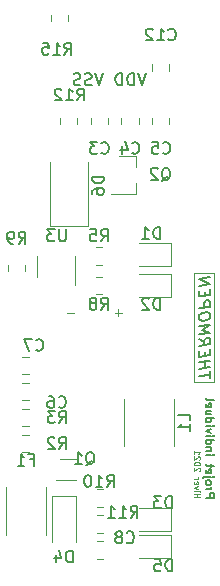
<source format=gbr>
%TF.GenerationSoftware,KiCad,Pcbnew,(5.1.10)-1*%
%TF.CreationDate,2021-06-07T16:12:12-04:00*%
%TF.ProjectId,Thermometre_IR,54686572-6d6f-46d6-9574-72655f49522e,rev?*%
%TF.SameCoordinates,Original*%
%TF.FileFunction,Legend,Bot*%
%TF.FilePolarity,Positive*%
%FSLAX46Y46*%
G04 Gerber Fmt 4.6, Leading zero omitted, Abs format (unit mm)*
G04 Created by KiCad (PCBNEW (5.1.10)-1) date 2021-06-07 16:12:12*
%MOMM*%
%LPD*%
G01*
G04 APERTURE LIST*
%ADD10C,0.120000*%
%ADD11C,0.150000*%
%ADD12C,0.125000*%
G04 APERTURE END LIST*
D10*
X182321200Y-96164400D02*
X182321200Y-96012000D01*
X180644800Y-96164400D02*
X182321200Y-96164400D01*
X180644800Y-86969600D02*
X180644800Y-96164400D01*
X182321200Y-86969600D02*
X180644800Y-86969600D01*
X182321200Y-96062800D02*
X182321200Y-86969600D01*
D11*
X182005219Y-95849918D02*
X182005219Y-95278489D01*
X181005219Y-95689204D02*
X182005219Y-95564204D01*
X181005219Y-95070156D02*
X182005219Y-94945156D01*
X181529028Y-95004680D02*
X181529028Y-94433251D01*
X181005219Y-94498727D02*
X182005219Y-94373727D01*
X181529028Y-93957061D02*
X181529028Y-93623727D01*
X181005219Y-93546347D02*
X181005219Y-94022537D01*
X182005219Y-93897537D01*
X182005219Y-93421347D01*
X181005219Y-92546347D02*
X181481409Y-92820156D01*
X181005219Y-93117775D02*
X182005219Y-92992775D01*
X182005219Y-92611823D01*
X181957600Y-92522537D01*
X181909980Y-92480870D01*
X181814742Y-92445156D01*
X181671885Y-92463013D01*
X181576647Y-92522537D01*
X181529028Y-92576108D01*
X181481409Y-92677299D01*
X181481409Y-93058251D01*
X181005219Y-92117775D02*
X182005219Y-91992775D01*
X181290933Y-91748727D01*
X182005219Y-91326108D01*
X181005219Y-91451108D01*
X182005219Y-90659442D02*
X182005219Y-90468966D01*
X181957600Y-90379680D01*
X181862361Y-90296347D01*
X181671885Y-90272537D01*
X181338552Y-90314204D01*
X181148076Y-90385632D01*
X181052838Y-90492775D01*
X181005219Y-90593966D01*
X181005219Y-90784442D01*
X181052838Y-90873727D01*
X181148076Y-90957061D01*
X181338552Y-90980870D01*
X181671885Y-90939204D01*
X181862361Y-90867775D01*
X181957600Y-90760632D01*
X182005219Y-90659442D01*
X181005219Y-89927299D02*
X182005219Y-89802299D01*
X182005219Y-89421347D01*
X181957600Y-89332061D01*
X181909980Y-89290394D01*
X181814742Y-89254680D01*
X181671885Y-89272537D01*
X181576647Y-89332061D01*
X181529028Y-89385632D01*
X181481409Y-89486823D01*
X181481409Y-89867775D01*
X181529028Y-88861823D02*
X181529028Y-88528489D01*
X181005219Y-88451108D02*
X181005219Y-88927299D01*
X182005219Y-88802299D01*
X182005219Y-88326108D01*
X181005219Y-88022537D02*
X182005219Y-87897537D01*
X181005219Y-87451108D01*
X182005219Y-87326108D01*
D10*
X174193200Y-90017600D02*
X174193200Y-90627200D01*
X173888400Y-90322400D02*
X174498000Y-90322400D01*
X169824400Y-90373200D02*
X170484800Y-90373200D01*
D12*
X180621809Y-105951885D02*
X181121809Y-105951885D01*
X180883714Y-105951885D02*
X180883714Y-105666171D01*
X180621809Y-105666171D02*
X181121809Y-105666171D01*
X180621809Y-105428076D02*
X180955142Y-105428076D01*
X181121809Y-105428076D02*
X181098000Y-105451885D01*
X181074190Y-105428076D01*
X181098000Y-105404266D01*
X181121809Y-105428076D01*
X181074190Y-105428076D01*
X180955142Y-105237600D02*
X180621809Y-105118552D01*
X180955142Y-104999504D01*
X180645619Y-104618552D02*
X180621809Y-104666171D01*
X180621809Y-104761409D01*
X180645619Y-104809028D01*
X180693238Y-104832838D01*
X180883714Y-104832838D01*
X180931333Y-104809028D01*
X180955142Y-104761409D01*
X180955142Y-104666171D01*
X180931333Y-104618552D01*
X180883714Y-104594742D01*
X180836095Y-104594742D01*
X180788476Y-104832838D01*
X180621809Y-104380457D02*
X180955142Y-104380457D01*
X180859904Y-104380457D02*
X180907523Y-104356647D01*
X180931333Y-104332838D01*
X180955142Y-104285219D01*
X180955142Y-104237600D01*
X181074190Y-103713790D02*
X181098000Y-103689980D01*
X181121809Y-103642361D01*
X181121809Y-103523314D01*
X181098000Y-103475695D01*
X181074190Y-103451885D01*
X181026571Y-103428076D01*
X180978952Y-103428076D01*
X180907523Y-103451885D01*
X180621809Y-103737600D01*
X180621809Y-103428076D01*
X181121809Y-103118552D02*
X181121809Y-103070933D01*
X181098000Y-103023314D01*
X181074190Y-102999504D01*
X181026571Y-102975695D01*
X180931333Y-102951885D01*
X180812285Y-102951885D01*
X180717047Y-102975695D01*
X180669428Y-102999504D01*
X180645619Y-103023314D01*
X180621809Y-103070933D01*
X180621809Y-103118552D01*
X180645619Y-103166171D01*
X180669428Y-103189980D01*
X180717047Y-103213790D01*
X180812285Y-103237600D01*
X180931333Y-103237600D01*
X181026571Y-103213790D01*
X181074190Y-103189980D01*
X181098000Y-103166171D01*
X181121809Y-103118552D01*
X181074190Y-102761409D02*
X181098000Y-102737600D01*
X181121809Y-102689980D01*
X181121809Y-102570933D01*
X181098000Y-102523314D01*
X181074190Y-102499504D01*
X181026571Y-102475695D01*
X180978952Y-102475695D01*
X180907523Y-102499504D01*
X180621809Y-102785219D01*
X180621809Y-102475695D01*
X180621809Y-101999504D02*
X180621809Y-102285219D01*
X180621809Y-102142361D02*
X181121809Y-102142361D01*
X181050380Y-102189980D01*
X181002761Y-102237600D01*
X180978952Y-102285219D01*
D11*
X181598133Y-105969866D02*
X182298133Y-105969866D01*
X182298133Y-105703200D01*
X182264800Y-105636533D01*
X182231466Y-105603200D01*
X182164800Y-105569866D01*
X182064800Y-105569866D01*
X181998133Y-105603200D01*
X181964800Y-105636533D01*
X181931466Y-105703200D01*
X181931466Y-105969866D01*
X181598133Y-105269866D02*
X182064800Y-105269866D01*
X181931466Y-105269866D02*
X181998133Y-105236533D01*
X182031466Y-105203200D01*
X182064800Y-105136533D01*
X182064800Y-105069866D01*
X181598133Y-104736533D02*
X181631466Y-104803200D01*
X181664800Y-104836533D01*
X181731466Y-104869866D01*
X181931466Y-104869866D01*
X181998133Y-104836533D01*
X182031466Y-104803200D01*
X182064800Y-104736533D01*
X182064800Y-104636533D01*
X182031466Y-104569866D01*
X181998133Y-104536533D01*
X181931466Y-104503200D01*
X181731466Y-104503200D01*
X181664800Y-104536533D01*
X181631466Y-104569866D01*
X181598133Y-104636533D01*
X181598133Y-104736533D01*
X182064800Y-104203200D02*
X181464800Y-104203200D01*
X181398133Y-104236533D01*
X181364800Y-104303200D01*
X181364800Y-104336533D01*
X182298133Y-104203200D02*
X182264800Y-104236533D01*
X182231466Y-104203200D01*
X182264800Y-104169866D01*
X182298133Y-104203200D01*
X182231466Y-104203200D01*
X181631466Y-103603200D02*
X181598133Y-103669866D01*
X181598133Y-103803200D01*
X181631466Y-103869866D01*
X181698133Y-103903200D01*
X181964800Y-103903200D01*
X182031466Y-103869866D01*
X182064800Y-103803200D01*
X182064800Y-103669866D01*
X182031466Y-103603200D01*
X181964800Y-103569866D01*
X181898133Y-103569866D01*
X181831466Y-103903200D01*
X182064800Y-103369866D02*
X182064800Y-103103200D01*
X182298133Y-103269866D02*
X181698133Y-103269866D01*
X181631466Y-103236533D01*
X181598133Y-103169866D01*
X181598133Y-103103200D01*
X181598133Y-102336533D02*
X182064800Y-102336533D01*
X182298133Y-102336533D02*
X182264800Y-102369866D01*
X182231466Y-102336533D01*
X182264800Y-102303200D01*
X182298133Y-102336533D01*
X182231466Y-102336533D01*
X182064800Y-102003200D02*
X181598133Y-102003200D01*
X181998133Y-102003200D02*
X182031466Y-101969866D01*
X182064800Y-101903200D01*
X182064800Y-101803200D01*
X182031466Y-101736533D01*
X181964800Y-101703200D01*
X181598133Y-101703200D01*
X181598133Y-101069866D02*
X182298133Y-101069866D01*
X181631466Y-101069866D02*
X181598133Y-101136533D01*
X181598133Y-101269866D01*
X181631466Y-101336533D01*
X181664800Y-101369866D01*
X181731466Y-101403200D01*
X181931466Y-101403200D01*
X181998133Y-101369866D01*
X182031466Y-101336533D01*
X182064800Y-101269866D01*
X182064800Y-101136533D01*
X182031466Y-101069866D01*
X181598133Y-100736533D02*
X182064800Y-100736533D01*
X182298133Y-100736533D02*
X182264800Y-100769866D01*
X182231466Y-100736533D01*
X182264800Y-100703200D01*
X182298133Y-100736533D01*
X182231466Y-100736533D01*
X182064800Y-100469866D02*
X181598133Y-100303200D01*
X182064800Y-100136533D01*
X181598133Y-99869866D02*
X182064800Y-99869866D01*
X182298133Y-99869866D02*
X182264800Y-99903200D01*
X182231466Y-99869866D01*
X182264800Y-99836533D01*
X182298133Y-99869866D01*
X182231466Y-99869866D01*
X181598133Y-99236533D02*
X182298133Y-99236533D01*
X181631466Y-99236533D02*
X181598133Y-99303200D01*
X181598133Y-99436533D01*
X181631466Y-99503200D01*
X181664800Y-99536533D01*
X181731466Y-99569866D01*
X181931466Y-99569866D01*
X181998133Y-99536533D01*
X182031466Y-99503200D01*
X182064800Y-99436533D01*
X182064800Y-99303200D01*
X182031466Y-99236533D01*
X182064800Y-98603200D02*
X181598133Y-98603200D01*
X182064800Y-98903200D02*
X181698133Y-98903200D01*
X181631466Y-98869866D01*
X181598133Y-98803200D01*
X181598133Y-98703200D01*
X181631466Y-98636533D01*
X181664800Y-98603200D01*
X181631466Y-98003200D02*
X181598133Y-98069866D01*
X181598133Y-98203200D01*
X181631466Y-98269866D01*
X181698133Y-98303200D01*
X181964800Y-98303200D01*
X182031466Y-98269866D01*
X182064800Y-98203200D01*
X182064800Y-98069866D01*
X182031466Y-98003200D01*
X181964800Y-97969866D01*
X181898133Y-97969866D01*
X181831466Y-98303200D01*
X181598133Y-97569866D02*
X181631466Y-97636533D01*
X181698133Y-97669866D01*
X182298133Y-97669866D01*
D10*
%TO.C,L1*%
X178900000Y-101600000D02*
X178900000Y-97600000D01*
X174700000Y-101600000D02*
X174700000Y-97600000D01*
%TO.C,D6*%
X171677600Y-82934000D02*
X168377600Y-82934000D01*
X168377600Y-82934000D02*
X168377600Y-77534000D01*
X171677600Y-82934000D02*
X171677600Y-77534000D01*
%TO.C,R15*%
X168465000Y-65088748D02*
X168465000Y-65611252D01*
X169935000Y-65088748D02*
X169935000Y-65611252D01*
%TO.C,F1*%
X164690000Y-109152064D02*
X164690000Y-105047936D01*
X168110000Y-109152064D02*
X168110000Y-105047936D01*
%TO.C,D4*%
X168600000Y-105800000D02*
X168600000Y-109700000D01*
X170600000Y-105800000D02*
X170600000Y-109700000D01*
X168600000Y-105800000D02*
X170600000Y-105800000D01*
%TO.C,U3*%
X170560000Y-85500000D02*
X170560000Y-87950000D01*
X167340000Y-87300000D02*
X167340000Y-85500000D01*
%TO.C,R12*%
X170735000Y-73788748D02*
X170735000Y-74311252D01*
X169265000Y-73788748D02*
X169265000Y-74311252D01*
%TO.C,R11*%
X172911252Y-108935000D02*
X172388748Y-108935000D01*
X172911252Y-107465000D02*
X172388748Y-107465000D01*
%TO.C,R10*%
X172388748Y-105265000D02*
X172911252Y-105265000D01*
X172388748Y-106735000D02*
X172911252Y-106735000D01*
%TO.C,R9*%
X164865000Y-86811252D02*
X164865000Y-86288748D01*
X166335000Y-86811252D02*
X166335000Y-86288748D01*
%TO.C,R8*%
X172811252Y-88735000D02*
X172288748Y-88735000D01*
X172811252Y-87265000D02*
X172288748Y-87265000D01*
%TO.C,R5*%
X172288748Y-84765000D02*
X172811252Y-84765000D01*
X172288748Y-86235000D02*
X172811252Y-86235000D01*
%TO.C,R3*%
X166611252Y-102135000D02*
X166088748Y-102135000D01*
X166611252Y-100665000D02*
X166088748Y-100665000D01*
%TO.C,R2*%
X166088748Y-98465000D02*
X166611252Y-98465000D01*
X166088748Y-99935000D02*
X166611252Y-99935000D01*
%TO.C,Q2*%
X175731200Y-77070000D02*
X174271200Y-77070000D01*
X175731200Y-80230000D02*
X173571200Y-80230000D01*
X175731200Y-80230000D02*
X175731200Y-79300000D01*
X175731200Y-77070000D02*
X175731200Y-78000000D01*
%TO.C,Q1*%
X168955000Y-104500000D02*
X170605000Y-104500000D01*
X170605000Y-102700000D02*
X169305000Y-102700000D01*
%TO.C,D5*%
X178647500Y-111060000D02*
X175962500Y-111060000D01*
X178647500Y-109140000D02*
X178647500Y-111060000D01*
X175962500Y-109140000D02*
X178647500Y-109140000D01*
%TO.C,D3*%
X178647500Y-108760000D02*
X175962500Y-108760000D01*
X178647500Y-106840000D02*
X178647500Y-108760000D01*
X175962500Y-106840000D02*
X178647500Y-106840000D01*
%TO.C,D2*%
X178622500Y-88960000D02*
X175937500Y-88960000D01*
X178622500Y-87040000D02*
X178622500Y-88960000D01*
X175937500Y-87040000D02*
X178622500Y-87040000D01*
%TO.C,D1*%
X178622500Y-86360000D02*
X175937500Y-86360000D01*
X178622500Y-84440000D02*
X178622500Y-86360000D01*
X175937500Y-84440000D02*
X178622500Y-84440000D01*
%TO.C,C12*%
X178535000Y-69288748D02*
X178535000Y-69811252D01*
X177065000Y-69288748D02*
X177065000Y-69811252D01*
%TO.C,C8*%
X172911252Y-111135000D02*
X172388748Y-111135000D01*
X172911252Y-109665000D02*
X172388748Y-109665000D01*
%TO.C,C7*%
X166611252Y-95535000D02*
X166088748Y-95535000D01*
X166611252Y-94065000D02*
X166088748Y-94065000D01*
%TO.C,C6*%
X166611252Y-97735000D02*
X166088748Y-97735000D01*
X166611252Y-96265000D02*
X166088748Y-96265000D01*
%TO.C,C5*%
X177065000Y-74311252D02*
X177065000Y-73788748D01*
X178535000Y-74311252D02*
X178535000Y-73788748D01*
%TO.C,C4*%
X174465000Y-74311252D02*
X174465000Y-73788748D01*
X175935000Y-74311252D02*
X175935000Y-73788748D01*
%TO.C,C3*%
X171865000Y-74311252D02*
X171865000Y-73788748D01*
X173335000Y-74311252D02*
X173335000Y-73788748D01*
%TO.C,L1*%
D11*
X180252380Y-99433333D02*
X180252380Y-98957142D01*
X179252380Y-98957142D01*
X180252380Y-100290476D02*
X180252380Y-99719047D01*
X180252380Y-100004761D02*
X179252380Y-100004761D01*
X179395238Y-99909523D01*
X179490476Y-99814285D01*
X179538095Y-99719047D01*
%TO.C,D6*%
X172979980Y-78795904D02*
X171979980Y-78795904D01*
X171979980Y-79034000D01*
X172027600Y-79176857D01*
X172122838Y-79272095D01*
X172218076Y-79319714D01*
X172408552Y-79367333D01*
X172551409Y-79367333D01*
X172741885Y-79319714D01*
X172837123Y-79272095D01*
X172932361Y-79176857D01*
X172979980Y-79034000D01*
X172979980Y-78795904D01*
X171979980Y-80224476D02*
X171979980Y-80034000D01*
X172027600Y-79938761D01*
X172075219Y-79891142D01*
X172218076Y-79795904D01*
X172408552Y-79748285D01*
X172789504Y-79748285D01*
X172884742Y-79795904D01*
X172932361Y-79843523D01*
X172979980Y-79938761D01*
X172979980Y-80129238D01*
X172932361Y-80224476D01*
X172884742Y-80272095D01*
X172789504Y-80319714D01*
X172551409Y-80319714D01*
X172456171Y-80272095D01*
X172408552Y-80224476D01*
X172360933Y-80129238D01*
X172360933Y-79938761D01*
X172408552Y-79843523D01*
X172456171Y-79795904D01*
X172551409Y-79748285D01*
%TO.C,J1*%
X172885714Y-70052380D02*
X172552380Y-71052380D01*
X172219047Y-70052380D01*
X171933333Y-71004761D02*
X171790476Y-71052380D01*
X171552380Y-71052380D01*
X171457142Y-71004761D01*
X171409523Y-70957142D01*
X171361904Y-70861904D01*
X171361904Y-70766666D01*
X171409523Y-70671428D01*
X171457142Y-70623809D01*
X171552380Y-70576190D01*
X171742857Y-70528571D01*
X171838095Y-70480952D01*
X171885714Y-70433333D01*
X171933333Y-70338095D01*
X171933333Y-70242857D01*
X171885714Y-70147619D01*
X171838095Y-70100000D01*
X171742857Y-70052380D01*
X171504761Y-70052380D01*
X171361904Y-70100000D01*
X170980952Y-71004761D02*
X170838095Y-71052380D01*
X170600000Y-71052380D01*
X170504761Y-71004761D01*
X170457142Y-70957142D01*
X170409523Y-70861904D01*
X170409523Y-70766666D01*
X170457142Y-70671428D01*
X170504761Y-70623809D01*
X170600000Y-70576190D01*
X170790476Y-70528571D01*
X170885714Y-70480952D01*
X170933333Y-70433333D01*
X170980952Y-70338095D01*
X170980952Y-70242857D01*
X170933333Y-70147619D01*
X170885714Y-70100000D01*
X170790476Y-70052380D01*
X170552380Y-70052380D01*
X170409523Y-70100000D01*
X176533333Y-70052380D02*
X176200000Y-71052380D01*
X175866666Y-70052380D01*
X175533333Y-71052380D02*
X175533333Y-70052380D01*
X175295238Y-70052380D01*
X175152380Y-70100000D01*
X175057142Y-70195238D01*
X175009523Y-70290476D01*
X174961904Y-70480952D01*
X174961904Y-70623809D01*
X175009523Y-70814285D01*
X175057142Y-70909523D01*
X175152380Y-71004761D01*
X175295238Y-71052380D01*
X175533333Y-71052380D01*
X174533333Y-71052380D02*
X174533333Y-70052380D01*
X174295238Y-70052380D01*
X174152380Y-70100000D01*
X174057142Y-70195238D01*
X174009523Y-70290476D01*
X173961904Y-70480952D01*
X173961904Y-70623809D01*
X174009523Y-70814285D01*
X174057142Y-70909523D01*
X174152380Y-71004761D01*
X174295238Y-71052380D01*
X174533333Y-71052380D01*
%TO.C,R15*%
X169642857Y-68452380D02*
X169976190Y-67976190D01*
X170214285Y-68452380D02*
X170214285Y-67452380D01*
X169833333Y-67452380D01*
X169738095Y-67500000D01*
X169690476Y-67547619D01*
X169642857Y-67642857D01*
X169642857Y-67785714D01*
X169690476Y-67880952D01*
X169738095Y-67928571D01*
X169833333Y-67976190D01*
X170214285Y-67976190D01*
X168690476Y-68452380D02*
X169261904Y-68452380D01*
X168976190Y-68452380D02*
X168976190Y-67452380D01*
X169071428Y-67595238D01*
X169166666Y-67690476D01*
X169261904Y-67738095D01*
X167785714Y-67452380D02*
X168261904Y-67452380D01*
X168309523Y-67928571D01*
X168261904Y-67880952D01*
X168166666Y-67833333D01*
X167928571Y-67833333D01*
X167833333Y-67880952D01*
X167785714Y-67928571D01*
X167738095Y-68023809D01*
X167738095Y-68261904D01*
X167785714Y-68357142D01*
X167833333Y-68404761D01*
X167928571Y-68452380D01*
X168166666Y-68452380D01*
X168261904Y-68404761D01*
X168309523Y-68357142D01*
%TO.C,F1*%
X166733333Y-102728571D02*
X167066666Y-102728571D01*
X167066666Y-103252380D02*
X167066666Y-102252380D01*
X166590476Y-102252380D01*
X165685714Y-103252380D02*
X166257142Y-103252380D01*
X165971428Y-103252380D02*
X165971428Y-102252380D01*
X166066666Y-102395238D01*
X166161904Y-102490476D01*
X166257142Y-102538095D01*
%TO.C,D4*%
X170338095Y-111452380D02*
X170338095Y-110452380D01*
X170100000Y-110452380D01*
X169957142Y-110500000D01*
X169861904Y-110595238D01*
X169814285Y-110690476D01*
X169766666Y-110880952D01*
X169766666Y-111023809D01*
X169814285Y-111214285D01*
X169861904Y-111309523D01*
X169957142Y-111404761D01*
X170100000Y-111452380D01*
X170338095Y-111452380D01*
X168909523Y-110785714D02*
X168909523Y-111452380D01*
X169147619Y-110404761D02*
X169385714Y-111119047D01*
X168766666Y-111119047D01*
%TO.C,U3*%
X169761904Y-83252380D02*
X169761904Y-84061904D01*
X169714285Y-84157142D01*
X169666666Y-84204761D01*
X169571428Y-84252380D01*
X169380952Y-84252380D01*
X169285714Y-84204761D01*
X169238095Y-84157142D01*
X169190476Y-84061904D01*
X169190476Y-83252380D01*
X168809523Y-83252380D02*
X168190476Y-83252380D01*
X168523809Y-83633333D01*
X168380952Y-83633333D01*
X168285714Y-83680952D01*
X168238095Y-83728571D01*
X168190476Y-83823809D01*
X168190476Y-84061904D01*
X168238095Y-84157142D01*
X168285714Y-84204761D01*
X168380952Y-84252380D01*
X168666666Y-84252380D01*
X168761904Y-84204761D01*
X168809523Y-84157142D01*
%TO.C,R12*%
X170721257Y-72334380D02*
X171054590Y-71858190D01*
X171292685Y-72334380D02*
X171292685Y-71334380D01*
X170911733Y-71334380D01*
X170816495Y-71382000D01*
X170768876Y-71429619D01*
X170721257Y-71524857D01*
X170721257Y-71667714D01*
X170768876Y-71762952D01*
X170816495Y-71810571D01*
X170911733Y-71858190D01*
X171292685Y-71858190D01*
X169768876Y-72334380D02*
X170340304Y-72334380D01*
X170054590Y-72334380D02*
X170054590Y-71334380D01*
X170149828Y-71477238D01*
X170245066Y-71572476D01*
X170340304Y-71620095D01*
X169387923Y-71429619D02*
X169340304Y-71382000D01*
X169245066Y-71334380D01*
X169006971Y-71334380D01*
X168911733Y-71382000D01*
X168864114Y-71429619D01*
X168816495Y-71524857D01*
X168816495Y-71620095D01*
X168864114Y-71762952D01*
X169435542Y-72334380D01*
X168816495Y-72334380D01*
%TO.C,R11*%
X175242857Y-107652380D02*
X175576190Y-107176190D01*
X175814285Y-107652380D02*
X175814285Y-106652380D01*
X175433333Y-106652380D01*
X175338095Y-106700000D01*
X175290476Y-106747619D01*
X175242857Y-106842857D01*
X175242857Y-106985714D01*
X175290476Y-107080952D01*
X175338095Y-107128571D01*
X175433333Y-107176190D01*
X175814285Y-107176190D01*
X174290476Y-107652380D02*
X174861904Y-107652380D01*
X174576190Y-107652380D02*
X174576190Y-106652380D01*
X174671428Y-106795238D01*
X174766666Y-106890476D01*
X174861904Y-106938095D01*
X173338095Y-107652380D02*
X173909523Y-107652380D01*
X173623809Y-107652380D02*
X173623809Y-106652380D01*
X173719047Y-106795238D01*
X173814285Y-106890476D01*
X173909523Y-106938095D01*
%TO.C,R10*%
X173242857Y-105052380D02*
X173576190Y-104576190D01*
X173814285Y-105052380D02*
X173814285Y-104052380D01*
X173433333Y-104052380D01*
X173338095Y-104100000D01*
X173290476Y-104147619D01*
X173242857Y-104242857D01*
X173242857Y-104385714D01*
X173290476Y-104480952D01*
X173338095Y-104528571D01*
X173433333Y-104576190D01*
X173814285Y-104576190D01*
X172290476Y-105052380D02*
X172861904Y-105052380D01*
X172576190Y-105052380D02*
X172576190Y-104052380D01*
X172671428Y-104195238D01*
X172766666Y-104290476D01*
X172861904Y-104338095D01*
X171671428Y-104052380D02*
X171576190Y-104052380D01*
X171480952Y-104100000D01*
X171433333Y-104147619D01*
X171385714Y-104242857D01*
X171338095Y-104433333D01*
X171338095Y-104671428D01*
X171385714Y-104861904D01*
X171433333Y-104957142D01*
X171480952Y-105004761D01*
X171576190Y-105052380D01*
X171671428Y-105052380D01*
X171766666Y-105004761D01*
X171814285Y-104957142D01*
X171861904Y-104861904D01*
X171909523Y-104671428D01*
X171909523Y-104433333D01*
X171861904Y-104242857D01*
X171814285Y-104147619D01*
X171766666Y-104100000D01*
X171671428Y-104052380D01*
%TO.C,R9*%
X165766666Y-84452380D02*
X166100000Y-83976190D01*
X166338095Y-84452380D02*
X166338095Y-83452380D01*
X165957142Y-83452380D01*
X165861904Y-83500000D01*
X165814285Y-83547619D01*
X165766666Y-83642857D01*
X165766666Y-83785714D01*
X165814285Y-83880952D01*
X165861904Y-83928571D01*
X165957142Y-83976190D01*
X166338095Y-83976190D01*
X165290476Y-84452380D02*
X165100000Y-84452380D01*
X165004761Y-84404761D01*
X164957142Y-84357142D01*
X164861904Y-84214285D01*
X164814285Y-84023809D01*
X164814285Y-83642857D01*
X164861904Y-83547619D01*
X164909523Y-83500000D01*
X165004761Y-83452380D01*
X165195238Y-83452380D01*
X165290476Y-83500000D01*
X165338095Y-83547619D01*
X165385714Y-83642857D01*
X165385714Y-83880952D01*
X165338095Y-83976190D01*
X165290476Y-84023809D01*
X165195238Y-84071428D01*
X165004761Y-84071428D01*
X164909523Y-84023809D01*
X164861904Y-83976190D01*
X164814285Y-83880952D01*
%TO.C,R8*%
X172716666Y-90052380D02*
X173050000Y-89576190D01*
X173288095Y-90052380D02*
X173288095Y-89052380D01*
X172907142Y-89052380D01*
X172811904Y-89100000D01*
X172764285Y-89147619D01*
X172716666Y-89242857D01*
X172716666Y-89385714D01*
X172764285Y-89480952D01*
X172811904Y-89528571D01*
X172907142Y-89576190D01*
X173288095Y-89576190D01*
X172145238Y-89480952D02*
X172240476Y-89433333D01*
X172288095Y-89385714D01*
X172335714Y-89290476D01*
X172335714Y-89242857D01*
X172288095Y-89147619D01*
X172240476Y-89100000D01*
X172145238Y-89052380D01*
X171954761Y-89052380D01*
X171859523Y-89100000D01*
X171811904Y-89147619D01*
X171764285Y-89242857D01*
X171764285Y-89290476D01*
X171811904Y-89385714D01*
X171859523Y-89433333D01*
X171954761Y-89480952D01*
X172145238Y-89480952D01*
X172240476Y-89528571D01*
X172288095Y-89576190D01*
X172335714Y-89671428D01*
X172335714Y-89861904D01*
X172288095Y-89957142D01*
X172240476Y-90004761D01*
X172145238Y-90052380D01*
X171954761Y-90052380D01*
X171859523Y-90004761D01*
X171811904Y-89957142D01*
X171764285Y-89861904D01*
X171764285Y-89671428D01*
X171811904Y-89576190D01*
X171859523Y-89528571D01*
X171954761Y-89480952D01*
%TO.C,R5*%
X172716666Y-84252380D02*
X173050000Y-83776190D01*
X173288095Y-84252380D02*
X173288095Y-83252380D01*
X172907142Y-83252380D01*
X172811904Y-83300000D01*
X172764285Y-83347619D01*
X172716666Y-83442857D01*
X172716666Y-83585714D01*
X172764285Y-83680952D01*
X172811904Y-83728571D01*
X172907142Y-83776190D01*
X173288095Y-83776190D01*
X171811904Y-83252380D02*
X172288095Y-83252380D01*
X172335714Y-83728571D01*
X172288095Y-83680952D01*
X172192857Y-83633333D01*
X171954761Y-83633333D01*
X171859523Y-83680952D01*
X171811904Y-83728571D01*
X171764285Y-83823809D01*
X171764285Y-84061904D01*
X171811904Y-84157142D01*
X171859523Y-84204761D01*
X171954761Y-84252380D01*
X172192857Y-84252380D01*
X172288095Y-84204761D01*
X172335714Y-84157142D01*
%TO.C,R3*%
X169166666Y-99652380D02*
X169500000Y-99176190D01*
X169738095Y-99652380D02*
X169738095Y-98652380D01*
X169357142Y-98652380D01*
X169261904Y-98700000D01*
X169214285Y-98747619D01*
X169166666Y-98842857D01*
X169166666Y-98985714D01*
X169214285Y-99080952D01*
X169261904Y-99128571D01*
X169357142Y-99176190D01*
X169738095Y-99176190D01*
X168833333Y-98652380D02*
X168214285Y-98652380D01*
X168547619Y-99033333D01*
X168404761Y-99033333D01*
X168309523Y-99080952D01*
X168261904Y-99128571D01*
X168214285Y-99223809D01*
X168214285Y-99461904D01*
X168261904Y-99557142D01*
X168309523Y-99604761D01*
X168404761Y-99652380D01*
X168690476Y-99652380D01*
X168785714Y-99604761D01*
X168833333Y-99557142D01*
%TO.C,R2*%
X169166666Y-101852380D02*
X169500000Y-101376190D01*
X169738095Y-101852380D02*
X169738095Y-100852380D01*
X169357142Y-100852380D01*
X169261904Y-100900000D01*
X169214285Y-100947619D01*
X169166666Y-101042857D01*
X169166666Y-101185714D01*
X169214285Y-101280952D01*
X169261904Y-101328571D01*
X169357142Y-101376190D01*
X169738095Y-101376190D01*
X168785714Y-100947619D02*
X168738095Y-100900000D01*
X168642857Y-100852380D01*
X168404761Y-100852380D01*
X168309523Y-100900000D01*
X168261904Y-100947619D01*
X168214285Y-101042857D01*
X168214285Y-101138095D01*
X168261904Y-101280952D01*
X168833333Y-101852380D01*
X168214285Y-101852380D01*
%TO.C,Q2*%
X177866438Y-79147619D02*
X177961676Y-79100000D01*
X178056914Y-79004761D01*
X178199771Y-78861904D01*
X178295009Y-78814285D01*
X178390247Y-78814285D01*
X178342628Y-79052380D02*
X178437866Y-79004761D01*
X178533104Y-78909523D01*
X178580723Y-78719047D01*
X178580723Y-78385714D01*
X178533104Y-78195238D01*
X178437866Y-78100000D01*
X178342628Y-78052380D01*
X178152152Y-78052380D01*
X178056914Y-78100000D01*
X177961676Y-78195238D01*
X177914057Y-78385714D01*
X177914057Y-78719047D01*
X177961676Y-78909523D01*
X178056914Y-79004761D01*
X178152152Y-79052380D01*
X178342628Y-79052380D01*
X177533104Y-78147619D02*
X177485485Y-78100000D01*
X177390247Y-78052380D01*
X177152152Y-78052380D01*
X177056914Y-78100000D01*
X177009295Y-78147619D01*
X176961676Y-78242857D01*
X176961676Y-78338095D01*
X177009295Y-78480952D01*
X177580723Y-79052380D01*
X176961676Y-79052380D01*
%TO.C,Q1*%
X171443638Y-103214419D02*
X171538876Y-103166800D01*
X171634114Y-103071561D01*
X171776971Y-102928704D01*
X171872209Y-102881085D01*
X171967447Y-102881085D01*
X171919828Y-103119180D02*
X172015066Y-103071561D01*
X172110304Y-102976323D01*
X172157923Y-102785847D01*
X172157923Y-102452514D01*
X172110304Y-102262038D01*
X172015066Y-102166800D01*
X171919828Y-102119180D01*
X171729352Y-102119180D01*
X171634114Y-102166800D01*
X171538876Y-102262038D01*
X171491257Y-102452514D01*
X171491257Y-102785847D01*
X171538876Y-102976323D01*
X171634114Y-103071561D01*
X171729352Y-103119180D01*
X171919828Y-103119180D01*
X170538876Y-103119180D02*
X171110304Y-103119180D01*
X170824590Y-103119180D02*
X170824590Y-102119180D01*
X170919828Y-102262038D01*
X171015066Y-102357276D01*
X171110304Y-102404895D01*
%TO.C,D5*%
X178768095Y-112192380D02*
X178768095Y-111192380D01*
X178530000Y-111192380D01*
X178387142Y-111240000D01*
X178291904Y-111335238D01*
X178244285Y-111430476D01*
X178196666Y-111620952D01*
X178196666Y-111763809D01*
X178244285Y-111954285D01*
X178291904Y-112049523D01*
X178387142Y-112144761D01*
X178530000Y-112192380D01*
X178768095Y-112192380D01*
X177291904Y-111192380D02*
X177768095Y-111192380D01*
X177815714Y-111668571D01*
X177768095Y-111620952D01*
X177672857Y-111573333D01*
X177434761Y-111573333D01*
X177339523Y-111620952D01*
X177291904Y-111668571D01*
X177244285Y-111763809D01*
X177244285Y-112001904D01*
X177291904Y-112097142D01*
X177339523Y-112144761D01*
X177434761Y-112192380D01*
X177672857Y-112192380D01*
X177768095Y-112144761D01*
X177815714Y-112097142D01*
%TO.C,D3*%
X178738095Y-106852380D02*
X178738095Y-105852380D01*
X178500000Y-105852380D01*
X178357142Y-105900000D01*
X178261904Y-105995238D01*
X178214285Y-106090476D01*
X178166666Y-106280952D01*
X178166666Y-106423809D01*
X178214285Y-106614285D01*
X178261904Y-106709523D01*
X178357142Y-106804761D01*
X178500000Y-106852380D01*
X178738095Y-106852380D01*
X177833333Y-105852380D02*
X177214285Y-105852380D01*
X177547619Y-106233333D01*
X177404761Y-106233333D01*
X177309523Y-106280952D01*
X177261904Y-106328571D01*
X177214285Y-106423809D01*
X177214285Y-106661904D01*
X177261904Y-106757142D01*
X177309523Y-106804761D01*
X177404761Y-106852380D01*
X177690476Y-106852380D01*
X177785714Y-106804761D01*
X177833333Y-106757142D01*
%TO.C,D2*%
X177738095Y-90052380D02*
X177738095Y-89052380D01*
X177500000Y-89052380D01*
X177357142Y-89100000D01*
X177261904Y-89195238D01*
X177214285Y-89290476D01*
X177166666Y-89480952D01*
X177166666Y-89623809D01*
X177214285Y-89814285D01*
X177261904Y-89909523D01*
X177357142Y-90004761D01*
X177500000Y-90052380D01*
X177738095Y-90052380D01*
X176785714Y-89147619D02*
X176738095Y-89100000D01*
X176642857Y-89052380D01*
X176404761Y-89052380D01*
X176309523Y-89100000D01*
X176261904Y-89147619D01*
X176214285Y-89242857D01*
X176214285Y-89338095D01*
X176261904Y-89480952D01*
X176833333Y-90052380D01*
X176214285Y-90052380D01*
%TO.C,D1*%
X177738095Y-84052380D02*
X177738095Y-83052380D01*
X177500000Y-83052380D01*
X177357142Y-83100000D01*
X177261904Y-83195238D01*
X177214285Y-83290476D01*
X177166666Y-83480952D01*
X177166666Y-83623809D01*
X177214285Y-83814285D01*
X177261904Y-83909523D01*
X177357142Y-84004761D01*
X177500000Y-84052380D01*
X177738095Y-84052380D01*
X176214285Y-84052380D02*
X176785714Y-84052380D01*
X176500000Y-84052380D02*
X176500000Y-83052380D01*
X176595238Y-83195238D01*
X176690476Y-83290476D01*
X176785714Y-83338095D01*
%TO.C,C12*%
X178442857Y-67157142D02*
X178490476Y-67204761D01*
X178633333Y-67252380D01*
X178728571Y-67252380D01*
X178871428Y-67204761D01*
X178966666Y-67109523D01*
X179014285Y-67014285D01*
X179061904Y-66823809D01*
X179061904Y-66680952D01*
X179014285Y-66490476D01*
X178966666Y-66395238D01*
X178871428Y-66300000D01*
X178728571Y-66252380D01*
X178633333Y-66252380D01*
X178490476Y-66300000D01*
X178442857Y-66347619D01*
X177490476Y-67252380D02*
X178061904Y-67252380D01*
X177776190Y-67252380D02*
X177776190Y-66252380D01*
X177871428Y-66395238D01*
X177966666Y-66490476D01*
X178061904Y-66538095D01*
X177109523Y-66347619D02*
X177061904Y-66300000D01*
X176966666Y-66252380D01*
X176728571Y-66252380D01*
X176633333Y-66300000D01*
X176585714Y-66347619D01*
X176538095Y-66442857D01*
X176538095Y-66538095D01*
X176585714Y-66680952D01*
X177157142Y-67252380D01*
X176538095Y-67252380D01*
%TO.C,C8*%
X174916666Y-109737142D02*
X174964285Y-109784761D01*
X175107142Y-109832380D01*
X175202380Y-109832380D01*
X175345238Y-109784761D01*
X175440476Y-109689523D01*
X175488095Y-109594285D01*
X175535714Y-109403809D01*
X175535714Y-109260952D01*
X175488095Y-109070476D01*
X175440476Y-108975238D01*
X175345238Y-108880000D01*
X175202380Y-108832380D01*
X175107142Y-108832380D01*
X174964285Y-108880000D01*
X174916666Y-108927619D01*
X174345238Y-109260952D02*
X174440476Y-109213333D01*
X174488095Y-109165714D01*
X174535714Y-109070476D01*
X174535714Y-109022857D01*
X174488095Y-108927619D01*
X174440476Y-108880000D01*
X174345238Y-108832380D01*
X174154761Y-108832380D01*
X174059523Y-108880000D01*
X174011904Y-108927619D01*
X173964285Y-109022857D01*
X173964285Y-109070476D01*
X174011904Y-109165714D01*
X174059523Y-109213333D01*
X174154761Y-109260952D01*
X174345238Y-109260952D01*
X174440476Y-109308571D01*
X174488095Y-109356190D01*
X174535714Y-109451428D01*
X174535714Y-109641904D01*
X174488095Y-109737142D01*
X174440476Y-109784761D01*
X174345238Y-109832380D01*
X174154761Y-109832380D01*
X174059523Y-109784761D01*
X174011904Y-109737142D01*
X173964285Y-109641904D01*
X173964285Y-109451428D01*
X174011904Y-109356190D01*
X174059523Y-109308571D01*
X174154761Y-109260952D01*
%TO.C,C7*%
X167236666Y-93447142D02*
X167284285Y-93494761D01*
X167427142Y-93542380D01*
X167522380Y-93542380D01*
X167665238Y-93494761D01*
X167760476Y-93399523D01*
X167808095Y-93304285D01*
X167855714Y-93113809D01*
X167855714Y-92970952D01*
X167808095Y-92780476D01*
X167760476Y-92685238D01*
X167665238Y-92590000D01*
X167522380Y-92542380D01*
X167427142Y-92542380D01*
X167284285Y-92590000D01*
X167236666Y-92637619D01*
X166903333Y-92542380D02*
X166236666Y-92542380D01*
X166665238Y-93542380D01*
%TO.C,C6*%
X169156666Y-98287142D02*
X169204285Y-98334761D01*
X169347142Y-98382380D01*
X169442380Y-98382380D01*
X169585238Y-98334761D01*
X169680476Y-98239523D01*
X169728095Y-98144285D01*
X169775714Y-97953809D01*
X169775714Y-97810952D01*
X169728095Y-97620476D01*
X169680476Y-97525238D01*
X169585238Y-97430000D01*
X169442380Y-97382380D01*
X169347142Y-97382380D01*
X169204285Y-97430000D01*
X169156666Y-97477619D01*
X168299523Y-97382380D02*
X168490000Y-97382380D01*
X168585238Y-97430000D01*
X168632857Y-97477619D01*
X168728095Y-97620476D01*
X168775714Y-97810952D01*
X168775714Y-98191904D01*
X168728095Y-98287142D01*
X168680476Y-98334761D01*
X168585238Y-98382380D01*
X168394761Y-98382380D01*
X168299523Y-98334761D01*
X168251904Y-98287142D01*
X168204285Y-98191904D01*
X168204285Y-97953809D01*
X168251904Y-97858571D01*
X168299523Y-97810952D01*
X168394761Y-97763333D01*
X168585238Y-97763333D01*
X168680476Y-97810952D01*
X168728095Y-97858571D01*
X168775714Y-97953809D01*
%TO.C,C5*%
X177966666Y-76757142D02*
X178014285Y-76804761D01*
X178157142Y-76852380D01*
X178252380Y-76852380D01*
X178395238Y-76804761D01*
X178490476Y-76709523D01*
X178538095Y-76614285D01*
X178585714Y-76423809D01*
X178585714Y-76280952D01*
X178538095Y-76090476D01*
X178490476Y-75995238D01*
X178395238Y-75900000D01*
X178252380Y-75852380D01*
X178157142Y-75852380D01*
X178014285Y-75900000D01*
X177966666Y-75947619D01*
X177061904Y-75852380D02*
X177538095Y-75852380D01*
X177585714Y-76328571D01*
X177538095Y-76280952D01*
X177442857Y-76233333D01*
X177204761Y-76233333D01*
X177109523Y-76280952D01*
X177061904Y-76328571D01*
X177014285Y-76423809D01*
X177014285Y-76661904D01*
X177061904Y-76757142D01*
X177109523Y-76804761D01*
X177204761Y-76852380D01*
X177442857Y-76852380D01*
X177538095Y-76804761D01*
X177585714Y-76757142D01*
%TO.C,C4*%
X175366666Y-76757142D02*
X175414285Y-76804761D01*
X175557142Y-76852380D01*
X175652380Y-76852380D01*
X175795238Y-76804761D01*
X175890476Y-76709523D01*
X175938095Y-76614285D01*
X175985714Y-76423809D01*
X175985714Y-76280952D01*
X175938095Y-76090476D01*
X175890476Y-75995238D01*
X175795238Y-75900000D01*
X175652380Y-75852380D01*
X175557142Y-75852380D01*
X175414285Y-75900000D01*
X175366666Y-75947619D01*
X174509523Y-76185714D02*
X174509523Y-76852380D01*
X174747619Y-75804761D02*
X174985714Y-76519047D01*
X174366666Y-76519047D01*
%TO.C,C3*%
X172766666Y-76757142D02*
X172814285Y-76804761D01*
X172957142Y-76852380D01*
X173052380Y-76852380D01*
X173195238Y-76804761D01*
X173290476Y-76709523D01*
X173338095Y-76614285D01*
X173385714Y-76423809D01*
X173385714Y-76280952D01*
X173338095Y-76090476D01*
X173290476Y-75995238D01*
X173195238Y-75900000D01*
X173052380Y-75852380D01*
X172957142Y-75852380D01*
X172814285Y-75900000D01*
X172766666Y-75947619D01*
X172433333Y-75852380D02*
X171814285Y-75852380D01*
X172147619Y-76233333D01*
X172004761Y-76233333D01*
X171909523Y-76280952D01*
X171861904Y-76328571D01*
X171814285Y-76423809D01*
X171814285Y-76661904D01*
X171861904Y-76757142D01*
X171909523Y-76804761D01*
X172004761Y-76852380D01*
X172290476Y-76852380D01*
X172385714Y-76804761D01*
X172433333Y-76757142D01*
%TD*%
M02*

</source>
